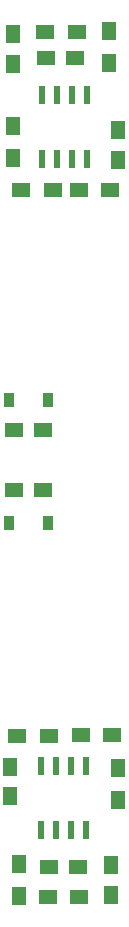
<source format=gbr>
G04 #@! TF.GenerationSoftware,KiCad,Pcbnew,(5.0.0-rc2-47-g52fceb3)*
G04 #@! TF.CreationDate,2018-06-13T16:52:08-05:00*
G04 #@! TF.ProjectId,nearness,6E6561726E6573732E6B696361645F70,rev?*
G04 #@! TF.SameCoordinates,Original*
G04 #@! TF.FileFunction,Paste,Top*
G04 #@! TF.FilePolarity,Positive*
%FSLAX46Y46*%
G04 Gerber Fmt 4.6, Leading zero omitted, Abs format (unit mm)*
G04 Created by KiCad (PCBNEW (5.0.0-rc2-47-g52fceb3)) date Wednesday, June 13, 2018 at 04:52:08 PM*
%MOMM*%
%LPD*%
G01*
G04 APERTURE LIST*
%ADD10R,1.300000X1.500000*%
%ADD11R,1.500000X1.300000*%
%ADD12R,1.500000X1.250000*%
%ADD13R,0.600000X1.550000*%
%ADD14R,0.900000X1.200000*%
%ADD15R,1.250000X1.500000*%
G04 APERTURE END LIST*
D10*
G04 #@! TO.C,R20*
X48514000Y-80692000D03*
X48514000Y-83392000D03*
G04 #@! TD*
D11*
G04 #@! TO.C,R17*
X48000603Y-77927833D03*
X45300603Y-77927833D03*
G04 #@! TD*
D10*
G04 #@! TO.C,R19*
X39624000Y-26336000D03*
X39624000Y-29036000D03*
G04 #@! TD*
D11*
G04 #@! TO.C,R18*
X42652430Y-78022702D03*
X39952430Y-78022702D03*
G04 #@! TD*
G04 #@! TO.C,R15*
X42944052Y-31750000D03*
X40244052Y-31750000D03*
G04 #@! TD*
D12*
G04 #@! TO.C,C2*
X45106603Y-89103833D03*
X42606603Y-89103833D03*
G04 #@! TD*
D11*
G04 #@! TO.C,R24*
X45206603Y-91643833D03*
X42506603Y-91643833D03*
G04 #@! TD*
G04 #@! TO.C,R16*
X45132000Y-31750000D03*
X47832000Y-31750000D03*
G04 #@! TD*
D10*
G04 #@! TO.C,R22*
X40132000Y-88820000D03*
X40132000Y-91520000D03*
G04 #@! TD*
D11*
G04 #@! TO.C,R23*
X44976052Y-18360841D03*
X42276052Y-18360841D03*
G04 #@! TD*
D13*
G04 #@! TO.C,U1*
X42037000Y-29116000D03*
X43307000Y-29116000D03*
X44577000Y-29116000D03*
X45847000Y-29116000D03*
X45847000Y-23716000D03*
X44577000Y-23716000D03*
X43307000Y-23716000D03*
X42037000Y-23716000D03*
G04 #@! TD*
G04 #@! TO.C,U2*
X45761603Y-85961833D03*
X44491603Y-85961833D03*
X43221603Y-85961833D03*
X41951603Y-85961833D03*
X41951603Y-80561833D03*
X43221603Y-80561833D03*
X44491603Y-80561833D03*
X45761603Y-80561833D03*
G04 #@! TD*
D14*
G04 #@! TO.C,D1*
X39244000Y-49530000D03*
X42544000Y-49530000D03*
G04 #@! TD*
G04 #@! TO.C,D2*
X42544000Y-59944000D03*
X39244000Y-59944000D03*
G04 #@! TD*
D15*
G04 #@! TO.C,C5*
X39624000Y-21062000D03*
X39624000Y-18562000D03*
G04 #@! TD*
D12*
G04 #@! TO.C,C1*
X44876052Y-20574000D03*
X42376052Y-20574000D03*
G04 #@! TD*
D15*
G04 #@! TO.C,C8*
X48514000Y-29190000D03*
X48514000Y-26690000D03*
G04 #@! TD*
D10*
G04 #@! TO.C,R21*
X47690052Y-18280841D03*
X47690052Y-20980841D03*
G04 #@! TD*
D15*
G04 #@! TO.C,C7*
X47906430Y-88920000D03*
X47906430Y-91420000D03*
G04 #@! TD*
G04 #@! TO.C,C6*
X39370000Y-80582702D03*
X39370000Y-83082702D03*
G04 #@! TD*
D12*
G04 #@! TO.C,C4*
X39644000Y-57150000D03*
X42144000Y-57150000D03*
G04 #@! TD*
G04 #@! TO.C,C3*
X39644000Y-52070000D03*
X42144000Y-52070000D03*
G04 #@! TD*
M02*

</source>
